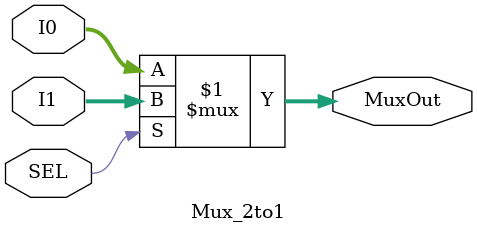
<source format=v>
module Mux_2to1(I0, I1, SEL, MuxOut);

parameter WIDTH = 18;
input  SEL;
input  [WIDTH-1:0]I0, I1;
output [WIDTH-1:0]MuxOut;

assign MuxOut = (SEL) ? I1 : I0;

endmodule
</source>
